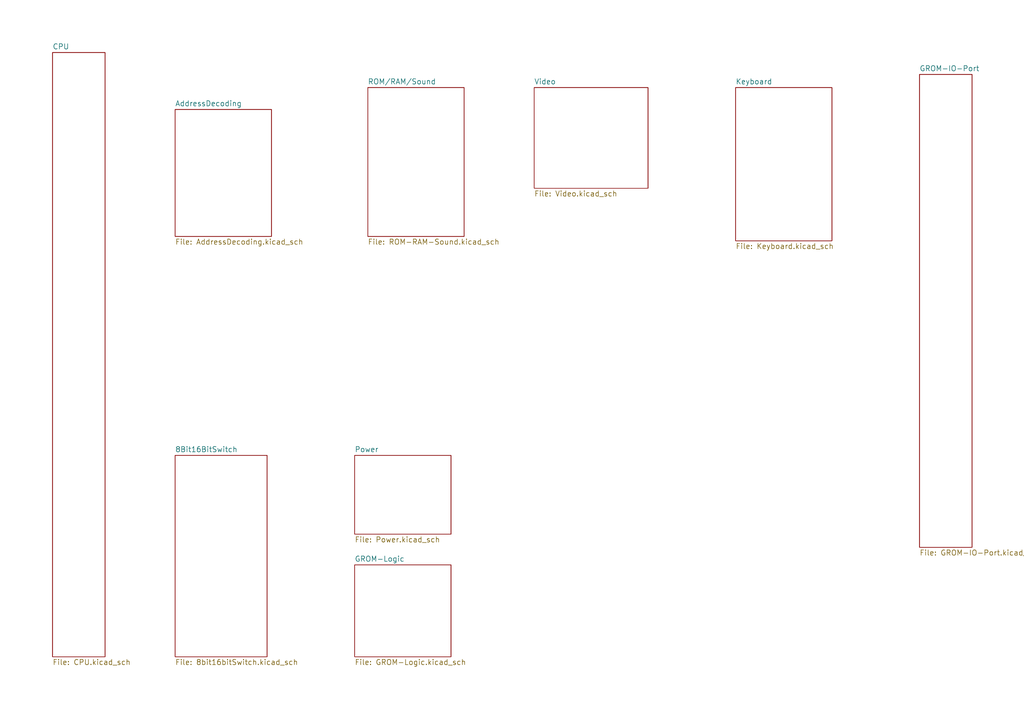
<source format=kicad_sch>
(kicad_sch (version 20211123) (generator eeschema)
  (paper "A4")
  (title_block (title "TI-99/4A") (date "2022-02-18") (rev "1.1") (company "Robert Krenicki - https://github.com/rkrenicki/TI99-Motherboard") (comment 1 "Main schematic for separating each function block to its own sub schematic.") (comment 3 "Based on the HackMac KiCAD Design"))
  (lib_symbols)
  (sheet (at 266.7 21.59) (size 15.24 137.16)
    (property "Sheet name" "GROM-IO-Port" (at 266.7 20.7514 0) (effects (font (size 1.524 1.524)) (justify left bottom)))
    (property "Sheet file" "GROM-IO-Port.kicad_sch" (at 266.7 159.4362 0) (effects (font (size 1.524 1.524)) (justify left top)))
  )
  (sheet (at 50.8 132.08) (size 26.67 58.42)
    (property "Sheet name" "8Bit16BitSwitch" (at 50.8 131.2414 0) (effects (font (size 1.524 1.524)) (justify left bottom)))
    (property "Sheet file" "8bit16bitSwitch.kicad_sch" (at 50.8 191.1862 0) (effects (font (size 1.524 1.524)) (justify left top)))
  )
  (sheet (at 102.87 163.83) (size 27.94 26.67)
    (property "Sheet name" "GROM-Logic" (at 102.87 162.9914 0) (effects (font (size 1.524 1.524)) (justify left bottom)))
    (property "Sheet file" "GROM-Logic.kicad_sch" (at 102.87 191.1862 0) (effects (font (size 1.524 1.524)) (justify left top)))
  )
  (sheet (at 50.8 31.75) (size 27.94 36.83)
    (property "Sheet name" "AddressDecoding" (at 50.8 30.9114 0) (effects (font (size 1.524 1.524)) (justify left bottom)))
    (property "Sheet file" "AddressDecoding.kicad_sch" (at 50.8 69.2662 0) (effects (font (size 1.524 1.524)) (justify left top)))
  )
  (sheet (at 15.24 15.24) (size 15.24 175.26)
    (property "Sheet name" "CPU" (at 15.24 14.4014 0) (effects (font (size 1.524 1.524)) (justify left bottom)))
    (property "Sheet file" "CPU.kicad_sch" (at 15.24 191.1862 0) (effects (font (size 1.524 1.524)) (justify left top)))
  )
  (sheet (at 154.94 25.4) (size 33.02 29.21)
    (property "Sheet name" "Video" (at 154.94 24.5614 0) (effects (font (size 1.524 1.524)) (justify left bottom)))
    (property "Sheet file" "Video.kicad_sch" (at 154.94 55.2962 0) (effects (font (size 1.524 1.524)) (justify left top)))
  )
  (sheet (at 102.87 132.08) (size 27.94 22.86)
    (property "Sheet name" "Power" (at 102.87 131.2414 0) (effects (font (size 1.524 1.524)) (justify left bottom)))
    (property "Sheet file" "Power.kicad_sch" (at 102.87 155.6262 0) (effects (font (size 1.524 1.524)) (justify left top)))
  )
  (sheet (at 213.36 25.4) (size 27.94 44.45)
    (property "Sheet name" "Keyboard" (at 213.36 24.5614 0) (effects (font (size 1.524 1.524)) (justify left bottom)))
    (property "Sheet file" "Keyboard.kicad_sch" (at 213.36 70.5362 0) (effects (font (size 1.524 1.524)) (justify left top)))
  )
  (sheet (at 106.68 25.4) (size 27.94 43.18)
    (property "Sheet name" "ROM/RAM/Sound" (at 106.68 24.5614 0) (effects (font (size 1.524 1.524)) (justify left bottom)))
    (property "Sheet file" "ROM-RAM-Sound.kicad_sch" (at 106.68 69.2662 0) (effects (font (size 1.524 1.524)) (justify left top)))
  )
)
</source>
